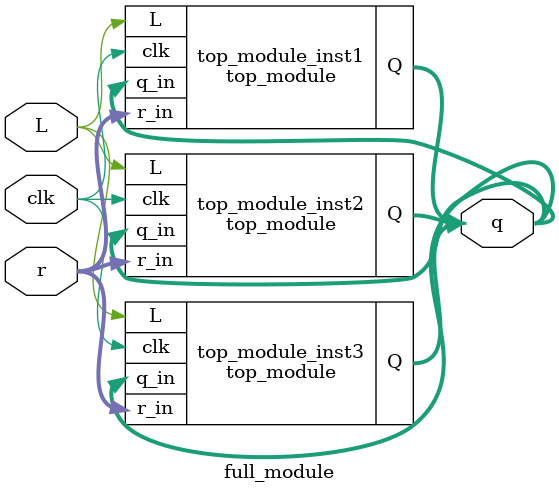
<source format=sv>
module top_module(
    input clk,
    input L,
    input [2:0] q_in,
    input [2:0] r_in,
    output reg [2:0] Q
);

    always @(posedge clk) begin
        if (L) begin
            Q <= r_in;
        end else begin
            Q <= {Q[1] ^ Q[2], Q[0], Q[2]};
        end
    end

endmodule
module full_module (
    input [2:0] r,
    input L,
    input clk,
    output reg [2:0] q
);

    top_module top_module_inst1 (
        .clk(clk),
        .L(L),
        .q_in(q),
        .r_in(r),
        .Q(q)
    );

    top_module top_module_inst2 (
        .clk(clk),
        .L(L),
        .q_in(q),
        .r_in(r),
        .Q(q)
    );

    top_module top_module_inst3 (
        .clk(clk),
        .L(L),
        .q_in(q),
        .r_in(r),
        .Q(q)
    );

endmodule

</source>
